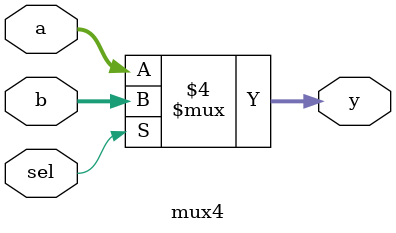
<source format=v>
module mux4(a, b, sel, y);
  input [3:0] a, b;
  input sel;
  output [3:0] y;

  reg [3:0] y;

always@(a or b or sel) 
begin
  if(sel == 1'b0)
    y <= a;
  else
    y <= b;
  end

endmodule

</source>
